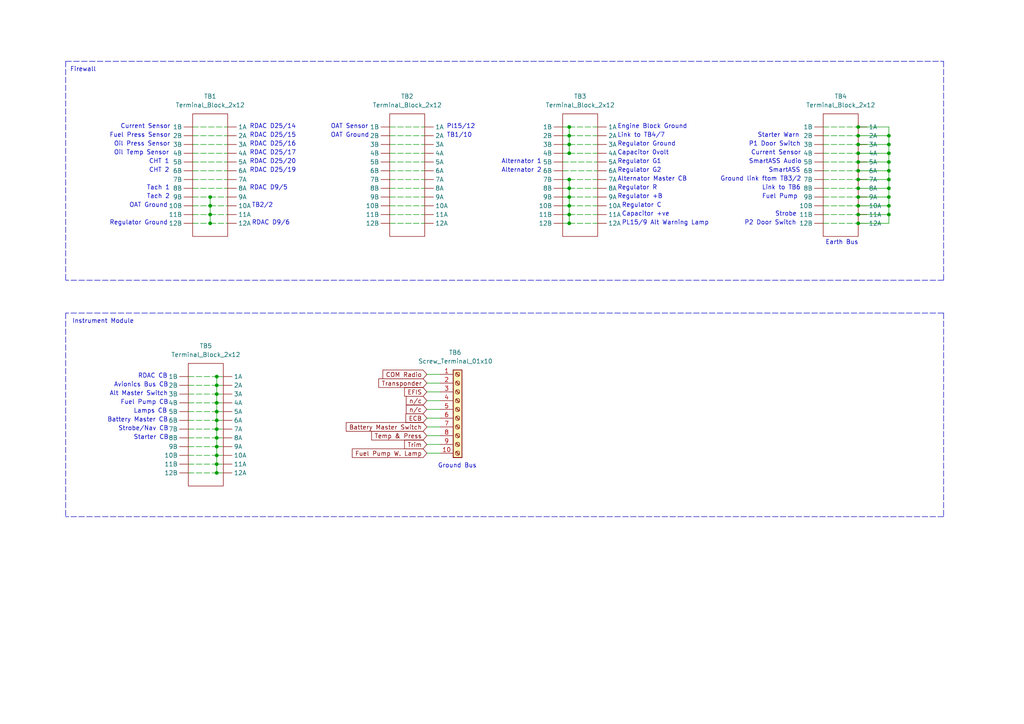
<source format=kicad_sch>
(kicad_sch (version 20211123) (generator eeschema)
  (paper "A4")
  (title_block (title "Europa - Electrical Tag Blocks") (date "2022-12-24") (rev "1"))
  (lib_symbols
    (symbol "Connector:Screw_Terminal_01x10" (pin_names (offset 1.016) hide)
      (property "Reference" "J" (at 0 12.7 0))
      (property "Value" "Screw_Terminal_01x10" (at 0 -15.24 0))
      (symbol "Screw_Terminal_01x10_1_1"
        (rectangle (start -1.27 11.43) (end 1.27 -13.97) (stroke (width 0.254)) (fill (type background)))
        (circle (center 0 -12.7) (radius 0.635) (stroke (width 0.1524)))
        (circle (center 0 -10.16) (radius 0.635) (stroke (width 0.1524)))
        (circle (center 0 -7.62) (radius 0.635) (stroke (width 0.1524)))
        (circle (center 0 -5.08) (radius 0.635) (stroke (width 0.1524)))
        (circle (center 0 -2.54) (radius 0.635) (stroke (width 0.1524)))
        (polyline (pts (xy -0.5334 -12.3698) (xy 0.3302 -13.208)) (stroke (width 0.1524)))
        (polyline (pts (xy -0.5334 -9.8298) (xy 0.3302 -10.668)) (stroke (width 0.1524)))
        (polyline (pts (xy -0.5334 -7.2898) (xy 0.3302 -8.128)) (stroke (width 0.1524)))
        (polyline (pts (xy -0.5334 -4.7498) (xy 0.3302 -5.588)) (stroke (width 0.1524)))
        (polyline (pts (xy -0.5334 -2.2098) (xy 0.3302 -3.048)) (stroke (width 0.1524)))
        (polyline (pts (xy -0.5334 0.3302) (xy 0.3302 -0.508)) (stroke (width 0.1524)))
        (polyline (pts (xy -0.5334 2.8702) (xy 0.3302 2.032)) (stroke (width 0.1524)))
        (polyline (pts (xy -0.5334 5.4102) (xy 0.3302 4.572)) (stroke (width 0.1524)))
        (polyline (pts (xy -0.5334 7.9502) (xy 0.3302 7.112)) (stroke (width 0.1524)))
        (polyline (pts (xy -0.5334 10.4902) (xy 0.3302 9.652)) (stroke (width 0.1524)))
        (polyline (pts (xy -0.3556 -12.192) (xy 0.508 -13.0302)) (stroke (width 0.1524)))
        (polyline (pts (xy -0.3556 -9.652) (xy 0.508 -10.4902)) (stroke (width 0.1524)))
        (polyline (pts (xy -0.3556 -7.112) (xy 0.508 -7.9502)) (stroke (width 0.1524)))
        (polyline (pts (xy -0.3556 -4.572) (xy 0.508 -5.4102)) (stroke (width 0.1524)))
        (polyline (pts (xy -0.3556 -2.032) (xy 0.508 -2.8702)) (stroke (width 0.1524)))
        (polyline (pts (xy -0.3556 0.508) (xy 0.508 -0.3302)) (stroke (width 0.1524)))
        (polyline (pts (xy -0.3556 3.048) (xy 0.508 2.2098)) (stroke (width 0.1524)))
        (polyline (pts (xy -0.3556 5.588) (xy 0.508 4.7498)) (stroke (width 0.1524)))
        (polyline (pts (xy -0.3556 8.128) (xy 0.508 7.2898)) (stroke (width 0.1524)))
        (polyline (pts (xy -0.3556 10.668) (xy 0.508 9.8298)) (stroke (width 0.1524)))
        (circle (center 0 0) (radius 0.635) (stroke (width 0.1524)))
        (circle (center 0 2.54) (radius 0.635) (stroke (width 0.1524)))
        (circle (center 0 5.08) (radius 0.635) (stroke (width 0.1524)))
        (circle (center 0 7.62) (radius 0.635) (stroke (width 0.1524)))
        (circle (center 0 10.16) (radius 0.635) (stroke (width 0.1524)))
        (pin passive line (at -5.08 10.16 0) (length 3.81) (name "Pin_1") (number "1"))
        (pin passive line (at -5.08 -12.7 0) (length 3.81) (name "Pin_10") (number "10"))
        (pin passive line (at -5.08 7.62 0) (length 3.81) (name "Pin_2") (number "2"))
        (pin passive line (at -5.08 5.08 0) (length 3.81) (name "Pin_3") (number "3"))
        (pin passive line (at -5.08 2.54 0) (length 3.81) (name "Pin_4") (number "4"))
        (pin passive line (at -5.08 0 0) (length 3.81) (name "Pin_5") (number "5"))
        (pin passive line (at -5.08 -2.54 0) (length 3.81) (name "Pin_6") (number "6"))
        (pin passive line (at -5.08 -5.08 0) (length 3.81) (name "Pin_7") (number "7"))
        (pin passive line (at -5.08 -7.62 0) (length 3.81) (name "Pin_8") (number "8"))
        (pin passive line (at -5.08 -10.16 0) (length 3.81) (name "Pin_9") (number "9"))
      )
    )
    (symbol "gary aircraft symbol library:Terminal_Block_2x12"
      (property "Reference" "TB" (at 0 0 0))
      (property "Value" "Terminal_Block_2x12" (at 0 -2.54 0))
      (symbol "Terminal_Block_2x12_0_1"
        (rectangle (start -16.51 -12.7) (end 19.05 -22.86))
      )
      (symbol "Terminal_Block_2x12_1_1"
        (pin unspecified line (at 10.16 -12.7 90) (length 2.54) (name "10A") (number ""))
        (pin unspecified line (at 10.16 -22.86 270) (length 2.54) (name "10B") (number ""))
        (pin unspecified line (at 12.7 -12.7 90) (length 2.54) (name "11A") (number ""))
        (pin unspecified line (at 12.7 -22.86 270) (length 2.54) (name "11B") (number ""))
        (pin unspecified line (at 15.24 -12.7 90) (length 2.54) (name "12A") (number ""))
        (pin unspecified line (at 15.24 -22.86 270) (length 2.54) (name "12B") (number ""))
        (pin unspecified line (at -12.7 -12.7 90) (length 2.54) (name "1A") (number ""))
        (pin unspecified line (at -12.7 -22.86 270) (length 2.54) (name "1B") (number ""))
        (pin unspecified line (at -10.16 -12.7 90) (length 2.54) (name "2A") (number ""))
        (pin unspecified line (at -10.16 -22.86 270) (length 2.54) (name "2B") (number ""))
        (pin unspecified line (at -7.62 -12.7 90) (length 2.54) (name "3A") (number ""))
        (pin unspecified line (at -7.62 -22.86 270) (length 2.54) (name "3B") (number ""))
        (pin unspecified line (at -5.08 -12.7 90) (length 2.54) (name "4A") (number ""))
        (pin unspecified line (at -5.08 -22.86 270) (length 2.54) (name "4B") (number ""))
        (pin unspecified line (at -2.54 -12.7 90) (length 2.54) (name "5A") (number ""))
        (pin unspecified line (at -2.54 -22.86 270) (length 2.54) (name "5B") (number ""))
        (pin unspecified line (at 0 -12.7 90) (length 2.54) (name "6A") (number ""))
        (pin unspecified line (at 0 -22.86 270) (length 2.54) (name "6B") (number ""))
        (pin unspecified line (at 2.54 -12.7 90) (length 2.54) (name "7A") (number ""))
        (pin unspecified line (at 2.54 -22.86 270) (length 2.54) (name "7B") (number ""))
        (pin unspecified line (at 5.08 -12.7 90) (length 2.54) (name "8A") (number ""))
        (pin unspecified line (at 5.08 -22.86 270) (length 2.54) (name "8B") (number ""))
        (pin unspecified line (at 7.62 -12.7 90) (length 2.54) (name "9A") (number ""))
        (pin unspecified line (at 7.62 -22.86 270) (length 2.54) (name "9B") (number ""))
      )
    )
  )
  (junction (at 165.1 54.61))
  (junction (at 165.1 64.77))
  (junction (at 248.92 52.07))
  (junction (at 60.96 62.23))
  (junction (at 62.865 137.16))
  (junction (at 248.92 46.99))
  (junction (at 62.865 134.62))
  (junction (at 165.1 59.69))
  (junction (at 165.1 57.15))
  (junction (at 62.865 109.22))
  (junction (at 62.865 124.46))
  (junction (at 248.92 54.61))
  (junction (at 60.96 64.77))
  (junction (at 60.96 57.15))
  (junction (at 248.92 62.23))
  (junction (at 165.1 52.07))
  (junction (at 165.1 41.91))
  (junction (at 248.92 64.77))
  (junction (at 248.92 57.15))
  (junction (at 62.865 116.84))
  (junction (at 62.865 129.54))
  (junction (at 62.865 121.92))
  (junction (at 257.81 39.37))
  (junction (at 62.865 132.08))
  (junction (at 165.1 44.45))
  (junction (at 60.96 59.69))
  (junction (at 165.1 39.37))
  (junction (at 248.92 44.45))
  (junction (at 257.81 44.45))
  (junction (at 248.92 39.37))
  (junction (at 257.81 46.99))
  (junction (at 248.92 49.53))
  (junction (at 165.1 62.23))
  (junction (at 62.865 119.38))
  (junction (at 62.865 111.76))
  (junction (at 248.92 36.83))
  (junction (at 257.81 59.69))
  (junction (at 257.81 49.53))
  (junction (at 257.81 54.61))
  (junction (at 257.81 41.91))
  (junction (at 248.92 41.91))
  (junction (at 248.92 59.69))
  (junction (at 165.1 36.83))
  (junction (at 62.865 114.3))
  (junction (at 257.81 62.23))
  (junction (at 62.865 127))
  (junction (at 257.81 57.15))
  (junction (at 257.81 52.07))
  (wire (pts (xy 55.88 36.83) (xy 66.04 36.83)) (stroke (width 0) (type dash)))
  (wire (pts (xy 113.03 46.99) (xy 123.19 46.99)) (stroke (width 0) (type dash)))
  (wire (pts (xy 165.1 64.77) (xy 173.355 64.77)) (stroke (width 0) (type dash)))
  (wire (pts (xy 113.03 49.53) (xy 123.19 49.53)) (stroke (width 0) (type dash)))
  (wire (pts (xy 163.195 54.61) (xy 165.1 54.61)) (stroke (width 0) (type dash)))
  (wire (pts (xy 165.1 41.91) (xy 165.1 44.45)))
  (wire (pts (xy 113.03 44.45) (xy 123.19 44.45)) (stroke (width 0) (type dash)))
  (wire (pts (xy 238.76 44.45) (xy 248.92 44.45)) (stroke (width 0) (type dash)))
  (wire (pts (xy 257.81 49.53) (xy 257.81 52.07)))
  (polyline (pts (xy 273.685 90.805) (xy 19.05 90.805)))
  (wire (pts (xy 257.81 36.83) (xy 257.81 39.37)))
  (wire (pts (xy 62.865 129.54) (xy 64.77 129.54)) (stroke (width 0) (type dash)))
  (wire (pts (xy 54.61 109.22) (xy 62.865 109.22)) (stroke (width 0) (type dash)))
  (wire (pts (xy 257.81 52.07) (xy 257.81 54.61)))
  (wire (pts (xy 163.195 57.15) (xy 165.1 57.15)) (stroke (width 0) (type dash)))
  (wire (pts (xy 123.825 128.905) (xy 127.635 128.905)))
  (wire (pts (xy 62.865 114.3) (xy 62.865 116.84)))
  (wire (pts (xy 62.865 116.84) (xy 64.77 116.84)) (stroke (width 0) (type dash)))
  (wire (pts (xy 248.92 54.61) (xy 257.81 54.61)))
  (polyline (pts (xy 19.05 17.78) (xy 273.685 17.78)))
  (wire (pts (xy 165.1 57.15) (xy 173.355 57.15)) (stroke (width 0) (type dash)))
  (wire (pts (xy 257.81 59.69) (xy 257.81 62.23)))
  (wire (pts (xy 54.61 129.54) (xy 62.865 129.54)) (stroke (width 0) (type dash)))
  (wire (pts (xy 55.88 59.69) (xy 60.96 59.69)) (stroke (width 0) (type dash)))
  (wire (pts (xy 163.195 39.37) (xy 165.1 39.37)) (stroke (width 0) (type dash)))
  (wire (pts (xy 123.825 116.205) (xy 127.635 116.205)))
  (wire (pts (xy 257.81 57.15) (xy 257.81 59.69)))
  (wire (pts (xy 62.865 121.92) (xy 64.77 121.92)) (stroke (width 0) (type dash)))
  (wire (pts (xy 60.96 59.69) (xy 60.96 62.23)))
  (wire (pts (xy 62.865 132.08) (xy 64.77 132.08)) (stroke (width 0) (type dash)))
  (wire (pts (xy 113.03 52.07) (xy 123.19 52.07)) (stroke (width 0) (type dash)))
  (wire (pts (xy 248.92 57.15) (xy 257.81 57.15)))
  (wire (pts (xy 123.825 126.365) (xy 127.635 126.365)))
  (wire (pts (xy 123.825 121.285) (xy 127.635 121.285)))
  (wire (pts (xy 60.96 57.15) (xy 60.96 59.69)))
  (wire (pts (xy 163.195 59.69) (xy 165.1 59.69)) (stroke (width 0) (type dash)))
  (wire (pts (xy 248.92 46.99) (xy 257.81 46.99)))
  (wire (pts (xy 165.1 52.07) (xy 165.1 54.61)))
  (wire (pts (xy 248.92 52.07) (xy 257.81 52.07)))
  (wire (pts (xy 113.03 39.37) (xy 123.19 39.37)) (stroke (width 0) (type dash)))
  (wire (pts (xy 163.195 44.45) (xy 165.1 44.45)) (stroke (width 0) (type dash)))
  (wire (pts (xy 62.865 111.76) (xy 62.865 114.3)))
  (wire (pts (xy 113.03 62.23) (xy 123.19 62.23)) (stroke (width 0) (type dash)))
  (wire (pts (xy 60.96 59.69) (xy 66.04 59.69)) (stroke (width 0) (type dash)))
  (wire (pts (xy 62.865 119.38) (xy 64.77 119.38)) (stroke (width 0) (type dash)))
  (wire (pts (xy 163.195 52.07) (xy 165.1 52.07)) (stroke (width 0) (type dash)))
  (wire (pts (xy 55.88 54.61) (xy 66.04 54.61)) (stroke (width 0) (type dash)))
  (wire (pts (xy 123.825 123.825) (xy 127.635 123.825)))
  (wire (pts (xy 60.96 64.77) (xy 66.04 64.77)) (stroke (width 0) (type dash)))
  (wire (pts (xy 62.865 134.62) (xy 64.77 134.62)) (stroke (width 0) (type dash)))
  (wire (pts (xy 54.61 116.84) (xy 62.865 116.84)) (stroke (width 0) (type dash)))
  (wire (pts (xy 54.61 137.16) (xy 62.865 137.16)) (stroke (width 0) (type dash)))
  (wire (pts (xy 113.03 59.69) (xy 123.19 59.69)) (stroke (width 0) (type dash)))
  (wire (pts (xy 62.865 124.46) (xy 64.77 124.46)) (stroke (width 0) (type dash)))
  (wire (pts (xy 62.865 119.38) (xy 62.865 121.92)))
  (wire (pts (xy 165.1 54.61) (xy 173.355 54.61)) (stroke (width 0) (type dash)))
  (wire (pts (xy 238.76 36.83) (xy 248.92 36.83)) (stroke (width 0) (type dash)))
  (polyline (pts (xy 19.05 90.805) (xy 19.05 149.86)))
  (wire (pts (xy 238.76 54.61) (xy 248.92 54.61)) (stroke (width 0) (type dash)))
  (wire (pts (xy 54.61 114.3) (xy 62.865 114.3)) (stroke (width 0) (type dash)))
  (wire (pts (xy 238.76 57.15) (xy 248.92 57.15)) (stroke (width 0) (type dash)))
  (wire (pts (xy 165.1 41.91) (xy 173.355 41.91)) (stroke (width 0) (type dash)))
  (wire (pts (xy 165.1 52.07) (xy 173.355 52.07)) (stroke (width 0) (type dash)))
  (wire (pts (xy 123.825 118.745) (xy 127.635 118.745)))
  (polyline (pts (xy 19.05 17.78) (xy 19.05 81.28)))
  (wire (pts (xy 55.88 49.53) (xy 66.04 49.53)) (stroke (width 0) (type dash)))
  (wire (pts (xy 238.76 41.91) (xy 248.92 41.91)) (stroke (width 0) (type dash)))
  (wire (pts (xy 55.88 57.15) (xy 60.96 57.15)) (stroke (width 0) (type dash)))
  (wire (pts (xy 55.88 46.99) (xy 66.04 46.99)) (stroke (width 0) (type dash)))
  (wire (pts (xy 62.865 116.84) (xy 62.865 119.38)))
  (wire (pts (xy 113.03 41.91) (xy 123.19 41.91)) (stroke (width 0) (type dash)))
  (wire (pts (xy 165.1 39.37) (xy 165.1 41.91)))
  (wire (pts (xy 165.1 36.83) (xy 165.1 39.37)))
  (wire (pts (xy 165.1 62.23) (xy 165.1 64.77)))
  (wire (pts (xy 163.195 36.83) (xy 165.1 36.83)) (stroke (width 0) (type dash)))
  (wire (pts (xy 62.865 109.22) (xy 64.77 109.22)) (stroke (width 0) (type dash)))
  (wire (pts (xy 54.61 121.92) (xy 62.865 121.92)) (stroke (width 0) (type dash)))
  (wire (pts (xy 62.865 114.3) (xy 64.77 114.3)) (stroke (width 0) (type dash)))
  (wire (pts (xy 238.76 49.53) (xy 248.92 49.53)) (stroke (width 0) (type dash)))
  (wire (pts (xy 54.61 134.62) (xy 62.865 134.62)) (stroke (width 0) (type dash)))
  (wire (pts (xy 257.81 54.61) (xy 257.81 57.15)))
  (polyline (pts (xy 273.685 17.78) (xy 273.685 81.28)))
  (wire (pts (xy 257.81 46.99) (xy 257.81 49.53)))
  (wire (pts (xy 165.1 59.69) (xy 173.355 59.69)) (stroke (width 0) (type dash)))
  (wire (pts (xy 257.81 41.91) (xy 257.81 44.45)))
  (wire (pts (xy 54.61 127) (xy 62.865 127)) (stroke (width 0) (type dash)))
  (wire (pts (xy 238.76 39.37) (xy 248.92 39.37)) (stroke (width 0) (type dash)))
  (wire (pts (xy 238.76 52.07) (xy 248.92 52.07)) (stroke (width 0) (type dash)))
  (wire (pts (xy 238.76 46.99) (xy 248.92 46.99)) (stroke (width 0) (type dash)))
  (wire (pts (xy 113.03 57.15) (xy 123.19 57.15)) (stroke (width 0) (type dash)))
  (wire (pts (xy 54.61 119.38) (xy 62.865 119.38)) (stroke (width 0) (type dash)))
  (wire (pts (xy 62.865 127) (xy 62.865 129.54)))
  (polyline (pts (xy 273.685 90.805) (xy 273.685 149.86)))
  (wire (pts (xy 163.195 64.77) (xy 165.1 64.77)) (stroke (width 0) (type dash)))
  (wire (pts (xy 54.61 132.08) (xy 62.865 132.08)) (stroke (width 0) (type dash)))
  (wire (pts (xy 60.96 62.23) (xy 60.96 64.77)))
  (polyline (pts (xy 273.685 149.86) (xy 19.05 149.86)))
  (wire (pts (xy 163.195 41.91) (xy 165.1 41.91)) (stroke (width 0) (type dash)))
  (polyline (pts (xy 273.685 81.28) (xy 19.05 81.28)))
  (wire (pts (xy 62.865 121.92) (xy 62.865 124.46)))
  (wire (pts (xy 165.1 54.61) (xy 165.1 57.15)))
  (wire (pts (xy 165.1 36.83) (xy 173.355 36.83)) (stroke (width 0) (type dash)))
  (wire (pts (xy 123.825 131.445) (xy 127.635 131.445)))
  (wire (pts (xy 113.03 54.61) (xy 123.19 54.61)) (stroke (width 0) (type dash)))
  (wire (pts (xy 123.825 108.585) (xy 127.635 108.585)))
  (wire (pts (xy 248.92 44.45) (xy 257.81 44.45)))
  (wire (pts (xy 55.88 41.91) (xy 66.04 41.91)) (stroke (width 0) (type dash)))
  (wire (pts (xy 62.865 134.62) (xy 62.865 137.16)))
  (wire (pts (xy 163.195 49.53) (xy 173.355 49.53)) (stroke (width 0) (type dash)))
  (wire (pts (xy 123.825 113.665) (xy 127.635 113.665)))
  (wire (pts (xy 238.76 62.23) (xy 248.92 62.23)) (stroke (width 0) (type dash)))
  (wire (pts (xy 62.865 111.76) (xy 64.77 111.76)) (stroke (width 0) (type dash)))
  (wire (pts (xy 163.195 62.23) (xy 165.1 62.23)) (stroke (width 0) (type dash)))
  (wire (pts (xy 248.92 49.53) (xy 257.81 49.53)))
  (wire (pts (xy 55.88 64.77) (xy 60.96 64.77)) (stroke (width 0) (type dash)))
  (wire (pts (xy 257.81 39.37) (xy 257.81 41.91)))
  (wire (pts (xy 248.92 62.23) (xy 257.81 62.23)))
  (wire (pts (xy 60.96 57.15) (xy 66.04 57.15)) (stroke (width 0) (type dash)))
  (wire (pts (xy 238.76 64.77) (xy 248.92 64.77)) (stroke (width 0) (type dash)))
  (wire (pts (xy 55.88 39.37) (xy 66.04 39.37)) (stroke (width 0) (type dash)))
  (wire (pts (xy 62.865 127) (xy 64.77 127)) (stroke (width 0) (type dash)))
  (wire (pts (xy 55.88 62.23) (xy 60.96 62.23)) (stroke (width 0) (type dash)))
  (wire (pts (xy 248.92 39.37) (xy 257.81 39.37)))
  (wire (pts (xy 165.1 62.23) (xy 173.355 62.23)) (stroke (width 0) (type dash)))
  (wire (pts (xy 62.865 124.46) (xy 62.865 127)))
  (wire (pts (xy 62.865 129.54) (xy 62.865 132.08)))
  (wire (pts (xy 238.76 59.69) (xy 248.92 59.69)) (stroke (width 0) (type dash)))
  (wire (pts (xy 113.03 64.77) (xy 123.19 64.77)) (stroke (width 0) (type dash)))
  (wire (pts (xy 248.92 64.77) (xy 257.81 64.77)))
  (wire (pts (xy 123.825 111.125) (xy 127.635 111.125)))
  (wire (pts (xy 163.195 46.99) (xy 173.355 46.99)) (stroke (width 0) (type dash)))
  (wire (pts (xy 165.1 57.15) (xy 165.1 59.69)))
  (wire (pts (xy 257.81 62.23) (xy 257.81 64.77)))
  (wire (pts (xy 54.61 111.76) (xy 62.865 111.76)) (stroke (width 0) (type dash)))
  (wire (pts (xy 257.81 44.45) (xy 257.81 46.99)))
  (wire (pts (xy 62.865 109.22) (xy 62.865 111.76)))
  (wire (pts (xy 55.88 52.07) (xy 66.04 52.07)) (stroke (width 0) (type dash)))
  (wire (pts (xy 55.88 44.45) (xy 66.04 44.45)) (stroke (width 0) (type dash)))
  (wire (pts (xy 60.96 62.23) (xy 66.04 62.23)) (stroke (width 0) (type dash)))
  (wire (pts (xy 248.92 36.83) (xy 257.81 36.83)))
  (wire (pts (xy 54.61 124.46) (xy 62.865 124.46)) (stroke (width 0) (type dash)))
  (wire (pts (xy 62.865 132.08) (xy 62.865 134.62)))
  (wire (pts (xy 165.1 59.69) (xy 165.1 62.23)))
  (wire (pts (xy 165.1 39.37) (xy 173.355 39.37)) (stroke (width 0) (type dash)))
  (wire (pts (xy 165.1 44.45) (xy 173.355 44.45)) (stroke (width 0) (type dash)))
  (wire (pts (xy 248.92 41.91) (xy 257.81 41.91)))
  (wire (pts (xy 248.92 59.69) (xy 257.81 59.69)))
  (wire (pts (xy 113.03 36.83) (xy 123.19 36.83)) (stroke (width 0) (type dash)))
  (wire (pts (xy 62.865 137.16) (xy 64.77 137.16)) (stroke (width 0) (type dash)))
  (text "RDAC D9/5" (at 72.39 55.245 0) (effects (font (size 1.27 1.27)) (justify left bottom)))
  (text "Firewall" (at 20.32 20.955 0) (effects (font (size 1.27 1.27)) (justify left bottom)))
  (text "P1 Door Switch" (at 217.17 42.545 0) (effects (font (size 1.27 1.27)) (justify left bottom)))
  (text "Alternator 1" (at 145.415 47.625 0) (effects (font (size 1.27 1.27)) (justify left bottom)))
  (text "Earth Bus" (at 239.395 71.12 0) (effects (font (size 1.27 1.27)) (justify left bottom)))
  (text "RDAC D9/6" (at 73.025 65.405 0) (effects (font (size 1.27 1.27)) (justify left bottom)))
  (text "RDAC CB" (at 40.005 109.855 0) (effects (font (size 1.27 1.27)) (justify left bottom)))
  (text "Link to TB4/7" (at 179.07 40.005 0) (effects (font (size 1.27 1.27)) (justify left bottom)))
  (text "OAT Ground" (at 37.465 60.325 0) (effects (font (size 1.27 1.27)) (justify left bottom)))
  (text "RDAC D25/14" (at 72.39 37.465 0) (effects (font (size 1.27 1.27)) (justify left bottom)))
  (text "Alternator Master CB" (at 179.07 52.705 0) (effects (font (size 1.27 1.27)) (justify left bottom)))
  (text "Alt Master Switch" (at 31.75 114.935 0) (effects (font (size 1.27 1.27)) (justify left bottom)))
  (text "Fuel Press Sensor" (at 31.75 40.005 0) (effects (font (size 1.27 1.27)) (justify left bottom)))
  (text "Pl15/12" (at 129.54 37.465 0) (effects (font (size 1.27 1.27)) (justify left bottom)))
  (text "SmartASS Audio" (at 217.17 47.625 0) (effects (font (size 1.27 1.27)) (justify left bottom)))
  (text "Regulator Ground" (at 179.07 42.545 0) (effects (font (size 1.27 1.27)) (justify left bottom)))
  (text "RDAC D25/19" (at 72.39 50.165 0) (effects (font (size 1.27 1.27)) (justify left bottom)))
  (text "RDAC D25/15" (at 72.39 40.005 0) (effects (font (size 1.27 1.27)) (justify left bottom)))
  (text "Ground link ftom TB3/2" (at 208.915 52.705 0) (effects (font (size 1.27 1.27)) (justify left bottom)))
  (text "Current Sensor" (at 217.805 45.085 0) (effects (font (size 1.27 1.27)) (justify left bottom)))
  (text "TB1/10" (at 129.54 40.005 0) (effects (font (size 1.27 1.27)) (justify left bottom)))
  (text "TB2/2" (at 73.025 60.325 0) (effects (font (size 1.27 1.27)) (justify left bottom)))
  (text "Link to TB6" (at 220.98 55.245 0) (effects (font (size 1.27 1.27)) (justify left bottom)))
  (text "P2 Door Switch" (at 215.9 65.405 0) (effects (font (size 1.27 1.27)) (justify left bottom)))
  (text "Regulator G2" (at 179.07 50.165 0) (effects (font (size 1.27 1.27)) (justify left bottom)))
  (text "RDAC D25/17" (at 72.39 45.085 0) (effects (font (size 1.27 1.27)) (justify left bottom)))
  (text "Tach 1" (at 42.545 55.245 0) (effects (font (size 1.27 1.27)) (justify left bottom)))
  (text "Battery Master CB" (at 31.115 122.555 0) (effects (font (size 1.27 1.27)) (justify left bottom)))
  (text "Regulator G1" (at 179.07 47.625 0) (effects (font (size 1.27 1.27)) (justify left bottom)))
  (text "Tach 2" (at 42.545 57.785 0) (effects (font (size 1.27 1.27)) (justify left bottom)))
  (text "Capacitor +ve" (at 180.34 62.865 0) (effects (font (size 1.27 1.27)) (justify left bottom)))
  (text "Alternator 2" (at 145.415 50.165 0) (effects (font (size 1.27 1.27)) (justify left bottom)))
  (text "Capacitor 0volt" (at 179.07 45.085 0) (effects (font (size 1.27 1.27)) (justify left bottom)))
  (text "RDAC D25/20" (at 72.39 47.625 0) (effects (font (size 1.27 1.27)) (justify left bottom)))
  (text "Regulator R" (at 179.07 55.245 0) (effects (font (size 1.27 1.27)) (justify left bottom)))
  (text "Regulator C" (at 180.34 60.325 0) (effects (font (size 1.27 1.27)) (justify left bottom)))
  (text "Oil Press Sensor" (at 33.02 42.545 0) (effects (font (size 1.27 1.27)) (justify left bottom)))
  (text "Starter Warn" (at 219.71 40.005 0) (effects (font (size 1.27 1.27)) (justify left bottom)))
  (text "Starter CB" (at 38.735 127.635 0) (effects (font (size 1.27 1.27)) (justify left bottom)))
  (text "PL15/9 Alt Warning Lamp" (at 180.34 65.405 0) (effects (font (size 1.27 1.27)) (justify left bottom)))
  (text "Avionics Bus CB" (at 33.02 112.395 0) (effects (font (size 1.27 1.27)) (justify left bottom)))
  (text "Oil Temp Sensor" (at 33.02 45.085 0) (effects (font (size 1.27 1.27)) (justify left bottom)))
  (text "SmartASS" (at 222.885 50.165 0) (effects (font (size 1.27 1.27)) (justify left bottom)))
  (text "CHT 2" (at 43.18 50.165 0) (effects (font (size 1.27 1.27)) (justify left bottom)))
  (text "Regulator Ground" (at 31.75 65.405 0) (effects (font (size 1.27 1.27)) (justify left bottom)))
  (text "Fuel Pump CB" (at 34.925 117.475 0) (effects (font (size 1.27 1.27)) (justify left bottom)))
  (text "Strobe/Nav CB" (at 34.29 125.095 0) (effects (font (size 1.27 1.27)) (justify left bottom)))
  (text "Strobe" (at 224.79 62.865 0) (effects (font (size 1.27 1.27)) (justify left bottom)))
  (text "CHT 1" (at 43.18 47.625 0) (effects (font (size 1.27 1.27)) (justify left bottom)))
  (text "Regulator +B" (at 179.07 57.785 0) (effects (font (size 1.27 1.27)) (justify left bottom)))
  (text "Engine Block Ground" (at 179.07 37.465 0) (effects (font (size 1.27 1.27)) (justify left bottom)))
  (text "Lamps CB" (at 38.735 120.015 0) (effects (font (size 1.27 1.27)) (justify left bottom)))
  (text "Current Sensor" (at 34.925 37.465 0) (effects (font (size 1.27 1.27)) (justify left bottom)))
  (text "OAT Ground" (at 95.885 40.005 0) (effects (font (size 1.27 1.27)) (justify left bottom)))
  (text "Fuel Pump" (at 220.98 57.785 0) (effects (font (size 1.27 1.27)) (justify left bottom)))
  (text "RDAC D25/16" (at 72.39 42.545 0) (effects (font (size 1.27 1.27)) (justify left bottom)))
  (text "OAT Sensor" (at 95.885 37.465 0) (effects (font (size 1.27 1.27)) (justify left bottom)))
  (text "Instrument Module" (at 20.955 93.98 0) (effects (font (size 1.27 1.27)) (justify left bottom)))
  (text "Ground Bus" (at 127 135.89 0) (effects (font (size 1.27 1.27)) (justify left bottom)))
  (global_label "n{slash}c" (shape input) (at 123.825 118.745 180) (property "Intersheet References" "${INTERSHEET_REFS}" (effects hide)))
  (global_label "COM Radio" (shape input) (at 123.825 108.585 180) (property "Intersheet References" "${INTERSHEET_REFS}" (effects hide)))
  (global_label "Trim" (shape input) (at 123.825 128.905 180) (property "Intersheet References" "${INTERSHEET_REFS}" (effects hide)))
  (global_label "EFIS" (shape input) (at 123.825 113.665 180) (property "Intersheet References" "${INTERSHEET_REFS}" (effects hide)))
  (global_label "Transponder" (shape input) (at 123.825 111.125 180) (property "Intersheet References" "${INTERSHEET_REFS}" (effects hide)))
  (global_label "Battery Master Switch" (shape input) (at 123.825 123.825 180) (property "Intersheet References" "${INTERSHEET_REFS}" (effects hide)))
  (global_label "Fuel Pump W. Lamp" (shape input) (at 123.825 131.445 180) (property "Intersheet References" "${INTERSHEET_REFS}" (effects hide)))
  (global_label "n{slash}c" (shape input) (at 123.825 116.205 180) (property "Intersheet References" "${INTERSHEET_REFS}" (effects hide)))
  (global_label "ECB" (shape input) (at 123.825 121.285 180) (property "Intersheet References" "${INTERSHEET_REFS}" (effects hide)))
  (global_label "Temp & Press" (shape input) (at 123.825 126.365 180) (property "Intersheet References" "${INTERSHEET_REFS}" (effects hide)))
  (symbol (lib_id "gary aircraft symbol library:Terminal_Block_2x12") (at 77.47 121.92 270) (unit 1)
    (property "Reference" "TB5" (at 59.69 100.33 90))
    (property "Value" "Terminal_Block_2x12" (at 59.69 102.87 90))
  )
  (symbol (lib_id "gary aircraft symbol library:Terminal_Block_2x12") (at 78.74 49.53 270) (unit 1)
    (property "Reference" "TB1" (at 60.96 27.94 90))
    (property "Value" "Terminal_Block_2x12" (at 60.96 30.48 90))
  )
  (symbol (lib_id "gary aircraft symbol library:Terminal_Block_2x12") (at 186.055 49.53 270) (unit 1)
    (property "Reference" "TB3" (at 168.275 27.94 90))
    (property "Value" "Terminal_Block_2x12" (at 168.275 30.48 90))
  )
  (symbol (lib_id "Connector:Screw_Terminal_01x10") (at 132.715 118.745 0) (unit 1)
    (property "Reference" "TB6" (at 130.175 102.235 0) (effects (justify left)))
    (property "Value" "Screw_Terminal_01x10" (at 121.285 104.775 0) (effects (justify left)))
  )
  (symbol (lib_id "gary aircraft symbol library:Terminal_Block_2x12") (at 135.89 49.53 270) (unit 1)
    (property "Reference" "TB2" (at 118.11 27.94 90))
    (property "Value" "Terminal_Block_2x12" (at 118.11 30.48 90))
  )
  (symbol (lib_id "gary aircraft symbol library:Terminal_Block_2x12") (at 261.62 49.53 270) (unit 1)
    (property "Reference" "TB4" (at 243.84 27.94 90))
    (property "Value" "Terminal_Block_2x12" (at 243.84 30.48 90))
  )
)
</source>
